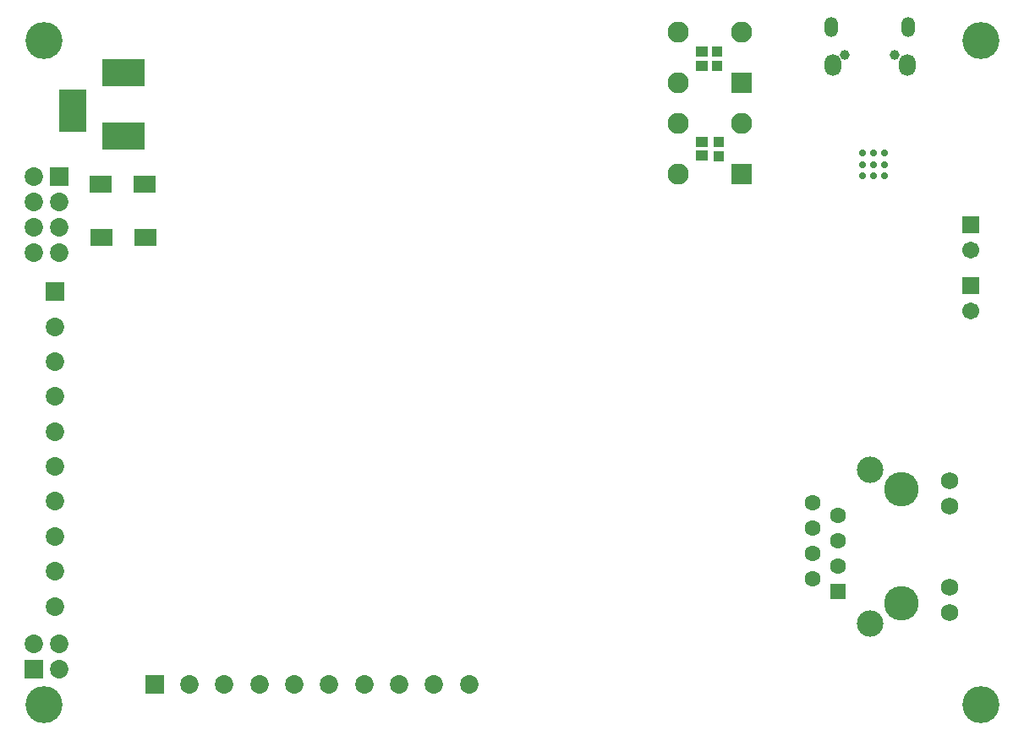
<source format=gbs>
%FSTAX23Y23*%
%MOIN*%
%SFA1B1*%

%IPPOS*%
%ADD53R,0.039500X0.039500*%
%ADD58R,0.045400X0.039500*%
%ADD82C,0.067100*%
%ADD83R,0.067100X0.067100*%
%ADD84R,0.083000X0.083000*%
%ADD85C,0.083000*%
%ADD86R,0.168000X0.108000*%
%ADD87R,0.108000X0.168000*%
%ADD88C,0.073000*%
%ADD89R,0.073000X0.073000*%
%ADD90C,0.039500*%
%ADD91O,0.053300X0.078900*%
%ADD92O,0.065100X0.086700*%
%ADD93R,0.073000X0.073000*%
%ADD94R,0.063000X0.063000*%
%ADD95C,0.063000*%
%ADD96C,0.068200*%
%ADD97C,0.136000*%
%ADD98C,0.104300*%
%ADD99C,0.146000*%
%ADD100C,0.027700*%
%ADD125R,0.090700X0.069000*%
%LNv1.0-1*%
%LPD*%
G54D53*
X03775Y04839D03*
Y0478D03*
X0378Y04482D03*
Y04423D03*
G54D58*
X03715Y04782D03*
Y04837D03*
Y04427D03*
Y04482D03*
G54D82*
X04773Y04053D03*
Y03813D03*
G54D83*
X04773Y04153D03*
Y03913D03*
G54D84*
X0387Y04355D03*
Y04715D03*
G54D85*
X0362Y04555D03*
Y04355D03*
X0387Y04555D03*
X0362Y04915D03*
Y04715D03*
X0387Y04915D03*
G54D86*
X01435Y04505D03*
Y04755D03*
G54D87*
X01235Y04605D03*
G54D88*
X01165Y02649D03*
Y02787D03*
Y02925D03*
Y03338D03*
Y03752D03*
Y03614D03*
Y03476D03*
Y03201D03*
Y03063D03*
X0118Y025D03*
X0108D03*
X0118Y024D03*
X0108Y04045D03*
Y04145D03*
X0118Y04045D03*
Y04145D03*
X0108Y04345D03*
X0118Y04245D03*
X0108D03*
X02796Y0234D03*
X02659D03*
X02521D03*
X02107D03*
X01694D03*
X01832D03*
X0197D03*
X02245D03*
X02383D03*
G54D89*
X01165Y0389D03*
X0108Y024D03*
X0118Y04345D03*
G54D90*
X04475Y04825D03*
X04278D03*
G54D91*
X04224Y04933D03*
X04529D03*
G54D92*
X0423Y04783D03*
X04523D03*
G54D93*
X01556Y0234D03*
G54D94*
X0425Y02709D03*
G54D95*
X0415Y02759D03*
X0425Y02809D03*
X0415Y02859D03*
X0425Y02909D03*
X0415Y02959D03*
X0425Y03009D03*
X0415Y03059D03*
G54D96*
X04692Y02624D03*
Y02724D03*
Y03145D03*
Y03045D03*
G54D97*
X045Y0311D03*
Y0266D03*
G54D98*
X04379Y03189D03*
Y0258D03*
G54D99*
X04815Y0226D03*
Y0488D03*
X0112D03*
Y0226D03*
G54D100*
X04435Y04349D03*
X04348D03*
X04435Y04436D03*
Y04392D03*
X04348Y04436D03*
Y04392D03*
X04392Y04349D03*
Y04436D03*
Y04392D03*
G54D125*
X01343Y04315D03*
X01516D03*
X01348Y04105D03*
X01521D03*
M02*
</source>
